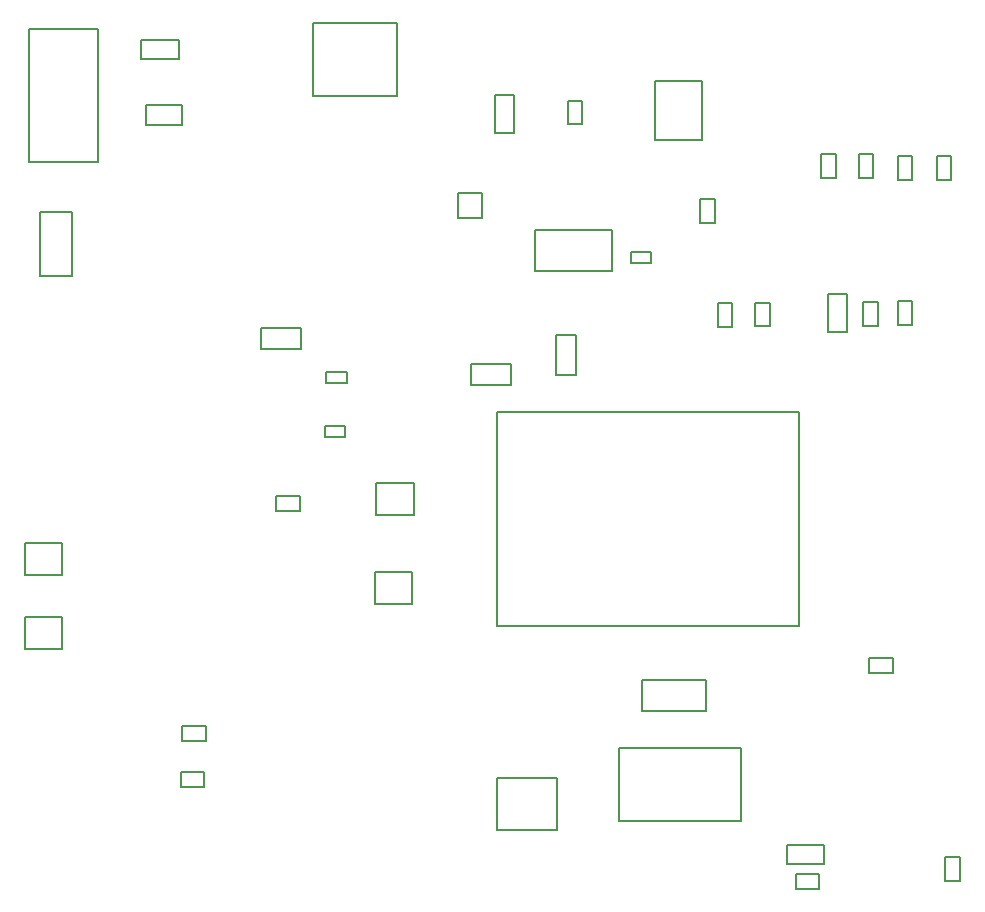
<source format=gbr>
%TF.GenerationSoftware,Altium Limited,Altium Designer,19.0.15 (446)*%
G04 Layer_Color=8388736*
%FSLAX45Y45*%
%MOMM*%
%TF.FileFunction,Other,Top_3D_Body*%
%TF.Part,Single*%
G01*
G75*
%TA.AperFunction,NonConductor*%
%ADD86C,0.20000*%
D86*
X7344500Y6127200D02*
X7514500D01*
X7344500D02*
Y6217200D01*
X7514500D01*
Y6127200D02*
Y6217200D01*
X3532200Y1690100D02*
X3732200D01*
X3532200D02*
Y1815100D01*
X3732200D01*
Y1690100D02*
Y1815100D01*
X3235900Y7293700D02*
Y7463700D01*
X3545900D01*
Y7293700D02*
Y7463700D01*
X3235900Y7293700D02*
X3545900D01*
X8767700Y3056500D02*
Y4866500D01*
X6207700Y3056500D02*
X8767700D01*
X6207700D02*
Y4866500D01*
X8767700D01*
X8662300Y1197600D02*
X8982300D01*
Y1037600D02*
Y1197600D01*
X8662300Y1037600D02*
X8982300D01*
X8662300D02*
Y1197600D01*
X8739200Y826500D02*
X8939200D01*
X8739200D02*
Y951500D01*
X8939200D01*
Y826500D02*
Y951500D01*
X9013200Y5862300D02*
X9173200D01*
X9013200Y5542300D02*
Y5862300D01*
Y5542300D02*
X9173200D01*
Y5862300D01*
X7931000Y6465900D02*
X8056000D01*
Y6665900D01*
X7931000D02*
X8056000D01*
X7931000Y6465900D02*
Y6665900D01*
X8954500Y6846900D02*
X9079500D01*
Y7046900D01*
X8954500D02*
X9079500D01*
X8954500Y6846900D02*
Y7046900D01*
X9602200Y6834200D02*
X9727200D01*
Y7034200D01*
X9602200D02*
X9727200D01*
X9602200Y6834200D02*
Y7034200D01*
X9932400Y6834200D02*
X10057400D01*
Y7034200D01*
X9932400D02*
X10057400D01*
X9932400Y6834200D02*
Y7034200D01*
X9272000Y6846900D02*
X9397000D01*
Y7046900D01*
X9272000D02*
X9397000D01*
X9272000Y6846900D02*
Y7046900D01*
X6808200Y7301100D02*
X6933200D01*
Y7501100D01*
X6808200D02*
X6933200D01*
X6808200Y7301100D02*
Y7501100D01*
X8395700Y5592450D02*
X8520700D01*
Y5792450D01*
X8395700D02*
X8520700D01*
X8395700Y5592450D02*
Y5792450D01*
X8078200Y5589600D02*
X8203200D01*
Y5789600D01*
X8078200D02*
X8203200D01*
X8078200Y5589600D02*
Y5789600D01*
X4539718Y4026900D02*
Y4151900D01*
X4339718D02*
X4539718D01*
X4339718Y4026900D02*
Y4151900D01*
Y4026900D02*
X4539718D01*
X3744900Y2081400D02*
Y2206400D01*
X3544900D02*
X3744900D01*
X3544900Y2081400D02*
Y2206400D01*
Y2081400D02*
X3744900D01*
X9361500Y2655300D02*
Y2780300D01*
Y2655300D02*
X9561500D01*
Y2780300D01*
X9361500D02*
X9561500D01*
X10007400Y896782D02*
X10132400D01*
Y1096782D01*
X10007400D02*
X10132400D01*
X10007400Y896782D02*
Y1096782D01*
X9602200Y5802300D02*
X9727200D01*
X9602200Y5602300D02*
Y5802300D01*
Y5602300D02*
X9727200D01*
Y5802300D01*
X9310100Y5793082D02*
X9435100D01*
X9310100Y5593082D02*
Y5793082D01*
Y5593082D02*
X9435100D01*
Y5793082D01*
X5882300Y6511700D02*
Y6721700D01*
Y6511700D02*
X6082300D01*
Y6721700D01*
X5882300D02*
X6082300D01*
X2210799Y3484500D02*
Y3754500D01*
Y3484500D02*
X2530799D01*
Y3754500D01*
X2210799D02*
X2530799D01*
X2210799Y2862200D02*
Y3132200D01*
Y2862200D02*
X2530799D01*
Y3132200D01*
X2210799D02*
X2530799D01*
X6214300Y1769400D02*
X6714300D01*
X6214300Y1329400D02*
Y1769400D01*
Y1329400D02*
X6714300D01*
Y1769400D01*
X6707000Y5176700D02*
X6882000D01*
Y5516700D01*
X6707000D02*
X6882000D01*
X6707000Y5176700D02*
Y5516700D01*
X5992100Y5094100D02*
Y5269100D01*
Y5094100D02*
X6332100D01*
Y5269100D01*
X5992100D02*
X6332100D01*
X5494000Y3243200D02*
Y3513200D01*
X5174000D02*
X5494000D01*
X5174000Y3243200D02*
Y3513200D01*
Y3243200D02*
X5494000D01*
X5506700Y3992500D02*
Y4262500D01*
X5186700D02*
X5506700D01*
X5186700Y3992500D02*
Y4262500D01*
Y3992500D02*
X5506700D01*
X8280200Y1407000D02*
Y2022000D01*
X7239200D02*
X8280200D01*
X7239200Y1407000D02*
Y2022000D01*
Y1407000D02*
X8280200D01*
X7981900Y2330300D02*
Y2597300D01*
X7435900D02*
X7981900D01*
X7435900Y2330300D02*
Y2597300D01*
Y2330300D02*
X7981900D01*
X4551500Y5398900D02*
Y5573900D01*
X4211500D02*
X4551500D01*
X4211500Y5398900D02*
Y5573900D01*
Y5398900D02*
X4551500D01*
X2343000Y6559500D02*
X2610000D01*
X2343000Y6013500D02*
Y6559500D01*
Y6013500D02*
X2610000D01*
Y6559500D01*
X4936400Y5111200D02*
Y5201200D01*
X4766400D02*
X4936400D01*
X4766400Y5111200D02*
Y5201200D01*
Y5111200D02*
X4936400D01*
X4923700Y4654000D02*
Y4744000D01*
X4753700D02*
X4923700D01*
X4753700Y4654000D02*
Y4744000D01*
Y4654000D02*
X4923700D01*
X7547000Y7166800D02*
Y7666800D01*
Y7166800D02*
X7947000D01*
Y7666800D01*
X7547000D02*
X7947000D01*
X5359300Y7537600D02*
Y8159600D01*
X4648300D02*
X5359300D01*
X4648300Y7537600D02*
Y8159600D01*
Y7537600D02*
X5359300D01*
X2248699Y6983730D02*
X2832899D01*
Y8108950D01*
X2248699D02*
X2832899D01*
X2248699Y6983730D02*
Y8108950D01*
X3198264Y7857500D02*
Y8017500D01*
Y7857500D02*
X3518264D01*
Y8017500D01*
X3198264D02*
X3518264D01*
X6532750Y6060450D02*
X7183250D01*
Y6410950D01*
X6532750D02*
X7183250D01*
X6532750Y6060450D02*
Y6410950D01*
X6193800Y7551400D02*
X6353800D01*
X6193800Y7231400D02*
Y7551400D01*
Y7231400D02*
X6353800D01*
Y7551400D01*
%TF.MD5,b2930975e89a77fdf21210d64bb1bdc9*%
M02*

</source>
